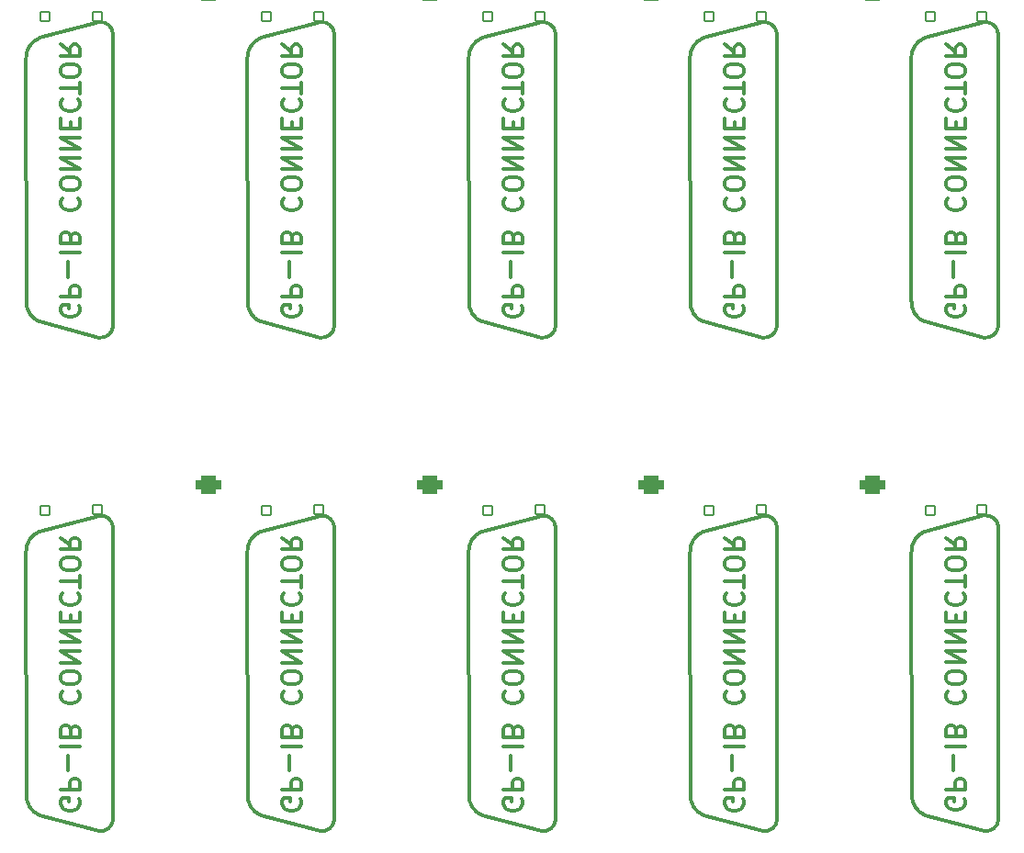
<source format=gbo>
G04 #@! TF.GenerationSoftware,KiCad,Pcbnew,6.0.1-79c1e3a40b~116~ubuntu20.04.1*
G04 #@! TF.CreationDate,2022-01-18T16:31:01+01:00*
G04 #@! TF.ProjectId,10xNano_GPIB,3130784e-616e-46f5-9f47-5049422e6b69,rev?*
G04 #@! TF.SameCoordinates,Original*
G04 #@! TF.FileFunction,Legend,Bot*
G04 #@! TF.FilePolarity,Positive*
%FSLAX46Y46*%
G04 Gerber Fmt 4.6, Leading zero omitted, Abs format (unit mm)*
G04 Created by KiCad (PCBNEW 6.0.1-79c1e3a40b~116~ubuntu20.04.1) date 2022-01-18 16:31:01*
%MOMM*%
%LPD*%
G01*
G04 APERTURE LIST*
G04 Aperture macros list*
%AMRoundRect*
0 Rectangle with rounded corners*
0 $1 Rounding radius*
0 $2 $3 $4 $5 $6 $7 $8 $9 X,Y pos of 4 corners*
0 Add a 4 corners polygon primitive as box body*
4,1,4,$2,$3,$4,$5,$6,$7,$8,$9,$2,$3,0*
0 Add four circle primitives for the rounded corners*
1,1,$1+$1,$2,$3*
1,1,$1+$1,$4,$5*
1,1,$1+$1,$6,$7*
1,1,$1+$1,$8,$9*
0 Add four rect primitives between the rounded corners*
20,1,$1+$1,$2,$3,$4,$5,0*
20,1,$1+$1,$4,$5,$6,$7,0*
20,1,$1+$1,$6,$7,$8,$9,0*
20,1,$1+$1,$8,$9,$2,$3,0*%
G04 Aperture macros list end*
%ADD10C,0.300000*%
%ADD11RoundRect,0.051000X0.425000X0.425000X-0.425000X0.425000X-0.425000X-0.425000X0.425000X-0.425000X0*%
%ADD12C,0.602000*%
%ADD13RoundRect,0.451000X-0.700000X-0.400000X0.700000X-0.400000X0.700000X0.400000X-0.700000X0.400000X0*%
%ADD14O,2.302000X1.902000*%
G04 APERTURE END LIST*
D10*
X121610000Y-127358571D02*
X121695714Y-127530000D01*
X121695714Y-127787142D01*
X121610000Y-128044285D01*
X121438571Y-128215714D01*
X121267142Y-128301428D01*
X120924285Y-128387142D01*
X120667142Y-128387142D01*
X120324285Y-128301428D01*
X120152857Y-128215714D01*
X119981428Y-128044285D01*
X119895714Y-127787142D01*
X119895714Y-127615714D01*
X119981428Y-127358571D01*
X120067142Y-127272857D01*
X120667142Y-127272857D01*
X120667142Y-127615714D01*
X119895714Y-126501428D02*
X121695714Y-126501428D01*
X121695714Y-125815714D01*
X121610000Y-125644285D01*
X121524285Y-125558571D01*
X121352857Y-125472857D01*
X121095714Y-125472857D01*
X120924285Y-125558571D01*
X120838571Y-125644285D01*
X120752857Y-125815714D01*
X120752857Y-126501428D01*
X120581428Y-124701428D02*
X120581428Y-123330000D01*
X119895714Y-122472857D02*
X121695714Y-122472857D01*
X120838571Y-121015714D02*
X120752857Y-120758571D01*
X120667142Y-120672857D01*
X120495714Y-120587142D01*
X120238571Y-120587142D01*
X120067142Y-120672857D01*
X119981428Y-120758571D01*
X119895714Y-120930000D01*
X119895714Y-121615714D01*
X121695714Y-121615714D01*
X121695714Y-121015714D01*
X121610000Y-120844285D01*
X121524285Y-120758571D01*
X121352857Y-120672857D01*
X121181428Y-120672857D01*
X121010000Y-120758571D01*
X120924285Y-120844285D01*
X120838571Y-121015714D01*
X120838571Y-121615714D01*
X120067142Y-117415714D02*
X119981428Y-117501428D01*
X119895714Y-117758571D01*
X119895714Y-117930000D01*
X119981428Y-118187142D01*
X120152857Y-118358571D01*
X120324285Y-118444285D01*
X120667142Y-118530000D01*
X120924285Y-118530000D01*
X121267142Y-118444285D01*
X121438571Y-118358571D01*
X121610000Y-118187142D01*
X121695714Y-117930000D01*
X121695714Y-117758571D01*
X121610000Y-117501428D01*
X121524285Y-117415714D01*
X121695714Y-116301428D02*
X121695714Y-115958571D01*
X121610000Y-115787142D01*
X121438571Y-115615714D01*
X121095714Y-115530000D01*
X120495714Y-115530000D01*
X120152857Y-115615714D01*
X119981428Y-115787142D01*
X119895714Y-115958571D01*
X119895714Y-116301428D01*
X119981428Y-116472857D01*
X120152857Y-116644285D01*
X120495714Y-116730000D01*
X121095714Y-116730000D01*
X121438571Y-116644285D01*
X121610000Y-116472857D01*
X121695714Y-116301428D01*
X119895714Y-114758571D02*
X121695714Y-114758571D01*
X119895714Y-113730000D01*
X121695714Y-113730000D01*
X119895714Y-112872857D02*
X121695714Y-112872857D01*
X119895714Y-111844285D01*
X121695714Y-111844285D01*
X120838571Y-110987142D02*
X120838571Y-110387142D01*
X119895714Y-110130000D02*
X119895714Y-110987142D01*
X121695714Y-110987142D01*
X121695714Y-110130000D01*
X120067142Y-108330000D02*
X119981428Y-108415714D01*
X119895714Y-108672857D01*
X119895714Y-108844285D01*
X119981428Y-109101428D01*
X120152857Y-109272857D01*
X120324285Y-109358571D01*
X120667142Y-109444285D01*
X120924285Y-109444285D01*
X121267142Y-109358571D01*
X121438571Y-109272857D01*
X121610000Y-109101428D01*
X121695714Y-108844285D01*
X121695714Y-108672857D01*
X121610000Y-108415714D01*
X121524285Y-108330000D01*
X121695714Y-107815714D02*
X121695714Y-106787142D01*
X119895714Y-107301428D02*
X121695714Y-107301428D01*
X121695714Y-105844285D02*
X121695714Y-105501428D01*
X121610000Y-105330000D01*
X121438571Y-105158571D01*
X121095714Y-105072857D01*
X120495714Y-105072857D01*
X120152857Y-105158571D01*
X119981428Y-105330000D01*
X119895714Y-105501428D01*
X119895714Y-105844285D01*
X119981428Y-106015714D01*
X120152857Y-106187142D01*
X120495714Y-106272857D01*
X121095714Y-106272857D01*
X121438571Y-106187142D01*
X121610000Y-106015714D01*
X121695714Y-105844285D01*
X119895714Y-103272857D02*
X120752857Y-103872857D01*
X119895714Y-104301428D02*
X121695714Y-104301428D01*
X121695714Y-103615714D01*
X121610000Y-103444285D01*
X121524285Y-103358571D01*
X121352857Y-103272857D01*
X121095714Y-103272857D01*
X120924285Y-103358571D01*
X120838571Y-103444285D01*
X120752857Y-103615714D01*
X120752857Y-104301428D01*
X80790000Y-81858571D02*
X80875714Y-82030000D01*
X80875714Y-82287142D01*
X80790000Y-82544285D01*
X80618571Y-82715714D01*
X80447142Y-82801428D01*
X80104285Y-82887142D01*
X79847142Y-82887142D01*
X79504285Y-82801428D01*
X79332857Y-82715714D01*
X79161428Y-82544285D01*
X79075714Y-82287142D01*
X79075714Y-82115714D01*
X79161428Y-81858571D01*
X79247142Y-81772857D01*
X79847142Y-81772857D01*
X79847142Y-82115714D01*
X79075714Y-81001428D02*
X80875714Y-81001428D01*
X80875714Y-80315714D01*
X80790000Y-80144285D01*
X80704285Y-80058571D01*
X80532857Y-79972857D01*
X80275714Y-79972857D01*
X80104285Y-80058571D01*
X80018571Y-80144285D01*
X79932857Y-80315714D01*
X79932857Y-81001428D01*
X79761428Y-79201428D02*
X79761428Y-77830000D01*
X79075714Y-76972857D02*
X80875714Y-76972857D01*
X80018571Y-75515714D02*
X79932857Y-75258571D01*
X79847142Y-75172857D01*
X79675714Y-75087142D01*
X79418571Y-75087142D01*
X79247142Y-75172857D01*
X79161428Y-75258571D01*
X79075714Y-75430000D01*
X79075714Y-76115714D01*
X80875714Y-76115714D01*
X80875714Y-75515714D01*
X80790000Y-75344285D01*
X80704285Y-75258571D01*
X80532857Y-75172857D01*
X80361428Y-75172857D01*
X80190000Y-75258571D01*
X80104285Y-75344285D01*
X80018571Y-75515714D01*
X80018571Y-76115714D01*
X79247142Y-71915714D02*
X79161428Y-72001428D01*
X79075714Y-72258571D01*
X79075714Y-72430000D01*
X79161428Y-72687142D01*
X79332857Y-72858571D01*
X79504285Y-72944285D01*
X79847142Y-73030000D01*
X80104285Y-73030000D01*
X80447142Y-72944285D01*
X80618571Y-72858571D01*
X80790000Y-72687142D01*
X80875714Y-72430000D01*
X80875714Y-72258571D01*
X80790000Y-72001428D01*
X80704285Y-71915714D01*
X80875714Y-70801428D02*
X80875714Y-70458571D01*
X80790000Y-70287142D01*
X80618571Y-70115714D01*
X80275714Y-70030000D01*
X79675714Y-70030000D01*
X79332857Y-70115714D01*
X79161428Y-70287142D01*
X79075714Y-70458571D01*
X79075714Y-70801428D01*
X79161428Y-70972857D01*
X79332857Y-71144285D01*
X79675714Y-71230000D01*
X80275714Y-71230000D01*
X80618571Y-71144285D01*
X80790000Y-70972857D01*
X80875714Y-70801428D01*
X79075714Y-69258571D02*
X80875714Y-69258571D01*
X79075714Y-68230000D01*
X80875714Y-68230000D01*
X79075714Y-67372857D02*
X80875714Y-67372857D01*
X79075714Y-66344285D01*
X80875714Y-66344285D01*
X80018571Y-65487142D02*
X80018571Y-64887142D01*
X79075714Y-64630000D02*
X79075714Y-65487142D01*
X80875714Y-65487142D01*
X80875714Y-64630000D01*
X79247142Y-62830000D02*
X79161428Y-62915714D01*
X79075714Y-63172857D01*
X79075714Y-63344285D01*
X79161428Y-63601428D01*
X79332857Y-63772857D01*
X79504285Y-63858571D01*
X79847142Y-63944285D01*
X80104285Y-63944285D01*
X80447142Y-63858571D01*
X80618571Y-63772857D01*
X80790000Y-63601428D01*
X80875714Y-63344285D01*
X80875714Y-63172857D01*
X80790000Y-62915714D01*
X80704285Y-62830000D01*
X80875714Y-62315714D02*
X80875714Y-61287142D01*
X79075714Y-61801428D02*
X80875714Y-61801428D01*
X80875714Y-60344285D02*
X80875714Y-60001428D01*
X80790000Y-59830000D01*
X80618571Y-59658571D01*
X80275714Y-59572857D01*
X79675714Y-59572857D01*
X79332857Y-59658571D01*
X79161428Y-59830000D01*
X79075714Y-60001428D01*
X79075714Y-60344285D01*
X79161428Y-60515714D01*
X79332857Y-60687142D01*
X79675714Y-60772857D01*
X80275714Y-60772857D01*
X80618571Y-60687142D01*
X80790000Y-60515714D01*
X80875714Y-60344285D01*
X79075714Y-57772857D02*
X79932857Y-58372857D01*
X79075714Y-58801428D02*
X80875714Y-58801428D01*
X80875714Y-58115714D01*
X80790000Y-57944285D01*
X80704285Y-57858571D01*
X80532857Y-57772857D01*
X80275714Y-57772857D01*
X80104285Y-57858571D01*
X80018571Y-57944285D01*
X79932857Y-58115714D01*
X79932857Y-58801428D01*
X141990000Y-81858571D02*
X142075714Y-82030000D01*
X142075714Y-82287142D01*
X141990000Y-82544285D01*
X141818571Y-82715714D01*
X141647142Y-82801428D01*
X141304285Y-82887142D01*
X141047142Y-82887142D01*
X140704285Y-82801428D01*
X140532857Y-82715714D01*
X140361428Y-82544285D01*
X140275714Y-82287142D01*
X140275714Y-82115714D01*
X140361428Y-81858571D01*
X140447142Y-81772857D01*
X141047142Y-81772857D01*
X141047142Y-82115714D01*
X140275714Y-81001428D02*
X142075714Y-81001428D01*
X142075714Y-80315714D01*
X141990000Y-80144285D01*
X141904285Y-80058571D01*
X141732857Y-79972857D01*
X141475714Y-79972857D01*
X141304285Y-80058571D01*
X141218571Y-80144285D01*
X141132857Y-80315714D01*
X141132857Y-81001428D01*
X140961428Y-79201428D02*
X140961428Y-77830000D01*
X140275714Y-76972857D02*
X142075714Y-76972857D01*
X141218571Y-75515714D02*
X141132857Y-75258571D01*
X141047142Y-75172857D01*
X140875714Y-75087142D01*
X140618571Y-75087142D01*
X140447142Y-75172857D01*
X140361428Y-75258571D01*
X140275714Y-75430000D01*
X140275714Y-76115714D01*
X142075714Y-76115714D01*
X142075714Y-75515714D01*
X141990000Y-75344285D01*
X141904285Y-75258571D01*
X141732857Y-75172857D01*
X141561428Y-75172857D01*
X141390000Y-75258571D01*
X141304285Y-75344285D01*
X141218571Y-75515714D01*
X141218571Y-76115714D01*
X140447142Y-71915714D02*
X140361428Y-72001428D01*
X140275714Y-72258571D01*
X140275714Y-72430000D01*
X140361428Y-72687142D01*
X140532857Y-72858571D01*
X140704285Y-72944285D01*
X141047142Y-73030000D01*
X141304285Y-73030000D01*
X141647142Y-72944285D01*
X141818571Y-72858571D01*
X141990000Y-72687142D01*
X142075714Y-72430000D01*
X142075714Y-72258571D01*
X141990000Y-72001428D01*
X141904285Y-71915714D01*
X142075714Y-70801428D02*
X142075714Y-70458571D01*
X141990000Y-70287142D01*
X141818571Y-70115714D01*
X141475714Y-70030000D01*
X140875714Y-70030000D01*
X140532857Y-70115714D01*
X140361428Y-70287142D01*
X140275714Y-70458571D01*
X140275714Y-70801428D01*
X140361428Y-70972857D01*
X140532857Y-71144285D01*
X140875714Y-71230000D01*
X141475714Y-71230000D01*
X141818571Y-71144285D01*
X141990000Y-70972857D01*
X142075714Y-70801428D01*
X140275714Y-69258571D02*
X142075714Y-69258571D01*
X140275714Y-68230000D01*
X142075714Y-68230000D01*
X140275714Y-67372857D02*
X142075714Y-67372857D01*
X140275714Y-66344285D01*
X142075714Y-66344285D01*
X141218571Y-65487142D02*
X141218571Y-64887142D01*
X140275714Y-64630000D02*
X140275714Y-65487142D01*
X142075714Y-65487142D01*
X142075714Y-64630000D01*
X140447142Y-62830000D02*
X140361428Y-62915714D01*
X140275714Y-63172857D01*
X140275714Y-63344285D01*
X140361428Y-63601428D01*
X140532857Y-63772857D01*
X140704285Y-63858571D01*
X141047142Y-63944285D01*
X141304285Y-63944285D01*
X141647142Y-63858571D01*
X141818571Y-63772857D01*
X141990000Y-63601428D01*
X142075714Y-63344285D01*
X142075714Y-63172857D01*
X141990000Y-62915714D01*
X141904285Y-62830000D01*
X142075714Y-62315714D02*
X142075714Y-61287142D01*
X140275714Y-61801428D02*
X142075714Y-61801428D01*
X142075714Y-60344285D02*
X142075714Y-60001428D01*
X141990000Y-59830000D01*
X141818571Y-59658571D01*
X141475714Y-59572857D01*
X140875714Y-59572857D01*
X140532857Y-59658571D01*
X140361428Y-59830000D01*
X140275714Y-60001428D01*
X140275714Y-60344285D01*
X140361428Y-60515714D01*
X140532857Y-60687142D01*
X140875714Y-60772857D01*
X141475714Y-60772857D01*
X141818571Y-60687142D01*
X141990000Y-60515714D01*
X142075714Y-60344285D01*
X140275714Y-57772857D02*
X141132857Y-58372857D01*
X140275714Y-58801428D02*
X142075714Y-58801428D01*
X142075714Y-58115714D01*
X141990000Y-57944285D01*
X141904285Y-57858571D01*
X141732857Y-57772857D01*
X141475714Y-57772857D01*
X141304285Y-57858571D01*
X141218571Y-57944285D01*
X141132857Y-58115714D01*
X141132857Y-58801428D01*
X60390000Y-81858571D02*
X60475714Y-82030000D01*
X60475714Y-82287142D01*
X60390000Y-82544285D01*
X60218571Y-82715714D01*
X60047142Y-82801428D01*
X59704285Y-82887142D01*
X59447142Y-82887142D01*
X59104285Y-82801428D01*
X58932857Y-82715714D01*
X58761428Y-82544285D01*
X58675714Y-82287142D01*
X58675714Y-82115714D01*
X58761428Y-81858571D01*
X58847142Y-81772857D01*
X59447142Y-81772857D01*
X59447142Y-82115714D01*
X58675714Y-81001428D02*
X60475714Y-81001428D01*
X60475714Y-80315714D01*
X60390000Y-80144285D01*
X60304285Y-80058571D01*
X60132857Y-79972857D01*
X59875714Y-79972857D01*
X59704285Y-80058571D01*
X59618571Y-80144285D01*
X59532857Y-80315714D01*
X59532857Y-81001428D01*
X59361428Y-79201428D02*
X59361428Y-77830000D01*
X58675714Y-76972857D02*
X60475714Y-76972857D01*
X59618571Y-75515714D02*
X59532857Y-75258571D01*
X59447142Y-75172857D01*
X59275714Y-75087142D01*
X59018571Y-75087142D01*
X58847142Y-75172857D01*
X58761428Y-75258571D01*
X58675714Y-75430000D01*
X58675714Y-76115714D01*
X60475714Y-76115714D01*
X60475714Y-75515714D01*
X60390000Y-75344285D01*
X60304285Y-75258571D01*
X60132857Y-75172857D01*
X59961428Y-75172857D01*
X59790000Y-75258571D01*
X59704285Y-75344285D01*
X59618571Y-75515714D01*
X59618571Y-76115714D01*
X58847142Y-71915714D02*
X58761428Y-72001428D01*
X58675714Y-72258571D01*
X58675714Y-72430000D01*
X58761428Y-72687142D01*
X58932857Y-72858571D01*
X59104285Y-72944285D01*
X59447142Y-73030000D01*
X59704285Y-73030000D01*
X60047142Y-72944285D01*
X60218571Y-72858571D01*
X60390000Y-72687142D01*
X60475714Y-72430000D01*
X60475714Y-72258571D01*
X60390000Y-72001428D01*
X60304285Y-71915714D01*
X60475714Y-70801428D02*
X60475714Y-70458571D01*
X60390000Y-70287142D01*
X60218571Y-70115714D01*
X59875714Y-70030000D01*
X59275714Y-70030000D01*
X58932857Y-70115714D01*
X58761428Y-70287142D01*
X58675714Y-70458571D01*
X58675714Y-70801428D01*
X58761428Y-70972857D01*
X58932857Y-71144285D01*
X59275714Y-71230000D01*
X59875714Y-71230000D01*
X60218571Y-71144285D01*
X60390000Y-70972857D01*
X60475714Y-70801428D01*
X58675714Y-69258571D02*
X60475714Y-69258571D01*
X58675714Y-68230000D01*
X60475714Y-68230000D01*
X58675714Y-67372857D02*
X60475714Y-67372857D01*
X58675714Y-66344285D01*
X60475714Y-66344285D01*
X59618571Y-65487142D02*
X59618571Y-64887142D01*
X58675714Y-64630000D02*
X58675714Y-65487142D01*
X60475714Y-65487142D01*
X60475714Y-64630000D01*
X58847142Y-62830000D02*
X58761428Y-62915714D01*
X58675714Y-63172857D01*
X58675714Y-63344285D01*
X58761428Y-63601428D01*
X58932857Y-63772857D01*
X59104285Y-63858571D01*
X59447142Y-63944285D01*
X59704285Y-63944285D01*
X60047142Y-63858571D01*
X60218571Y-63772857D01*
X60390000Y-63601428D01*
X60475714Y-63344285D01*
X60475714Y-63172857D01*
X60390000Y-62915714D01*
X60304285Y-62830000D01*
X60475714Y-62315714D02*
X60475714Y-61287142D01*
X58675714Y-61801428D02*
X60475714Y-61801428D01*
X60475714Y-60344285D02*
X60475714Y-60001428D01*
X60390000Y-59830000D01*
X60218571Y-59658571D01*
X59875714Y-59572857D01*
X59275714Y-59572857D01*
X58932857Y-59658571D01*
X58761428Y-59830000D01*
X58675714Y-60001428D01*
X58675714Y-60344285D01*
X58761428Y-60515714D01*
X58932857Y-60687142D01*
X59275714Y-60772857D01*
X59875714Y-60772857D01*
X60218571Y-60687142D01*
X60390000Y-60515714D01*
X60475714Y-60344285D01*
X58675714Y-57772857D02*
X59532857Y-58372857D01*
X58675714Y-58801428D02*
X60475714Y-58801428D01*
X60475714Y-58115714D01*
X60390000Y-57944285D01*
X60304285Y-57858571D01*
X60132857Y-57772857D01*
X59875714Y-57772857D01*
X59704285Y-57858571D01*
X59618571Y-57944285D01*
X59532857Y-58115714D01*
X59532857Y-58801428D01*
X101190000Y-127358571D02*
X101275714Y-127530000D01*
X101275714Y-127787142D01*
X101190000Y-128044285D01*
X101018571Y-128215714D01*
X100847142Y-128301428D01*
X100504285Y-128387142D01*
X100247142Y-128387142D01*
X99904285Y-128301428D01*
X99732857Y-128215714D01*
X99561428Y-128044285D01*
X99475714Y-127787142D01*
X99475714Y-127615714D01*
X99561428Y-127358571D01*
X99647142Y-127272857D01*
X100247142Y-127272857D01*
X100247142Y-127615714D01*
X99475714Y-126501428D02*
X101275714Y-126501428D01*
X101275714Y-125815714D01*
X101190000Y-125644285D01*
X101104285Y-125558571D01*
X100932857Y-125472857D01*
X100675714Y-125472857D01*
X100504285Y-125558571D01*
X100418571Y-125644285D01*
X100332857Y-125815714D01*
X100332857Y-126501428D01*
X100161428Y-124701428D02*
X100161428Y-123330000D01*
X99475714Y-122472857D02*
X101275714Y-122472857D01*
X100418571Y-121015714D02*
X100332857Y-120758571D01*
X100247142Y-120672857D01*
X100075714Y-120587142D01*
X99818571Y-120587142D01*
X99647142Y-120672857D01*
X99561428Y-120758571D01*
X99475714Y-120930000D01*
X99475714Y-121615714D01*
X101275714Y-121615714D01*
X101275714Y-121015714D01*
X101190000Y-120844285D01*
X101104285Y-120758571D01*
X100932857Y-120672857D01*
X100761428Y-120672857D01*
X100590000Y-120758571D01*
X100504285Y-120844285D01*
X100418571Y-121015714D01*
X100418571Y-121615714D01*
X99647142Y-117415714D02*
X99561428Y-117501428D01*
X99475714Y-117758571D01*
X99475714Y-117930000D01*
X99561428Y-118187142D01*
X99732857Y-118358571D01*
X99904285Y-118444285D01*
X100247142Y-118530000D01*
X100504285Y-118530000D01*
X100847142Y-118444285D01*
X101018571Y-118358571D01*
X101190000Y-118187142D01*
X101275714Y-117930000D01*
X101275714Y-117758571D01*
X101190000Y-117501428D01*
X101104285Y-117415714D01*
X101275714Y-116301428D02*
X101275714Y-115958571D01*
X101190000Y-115787142D01*
X101018571Y-115615714D01*
X100675714Y-115530000D01*
X100075714Y-115530000D01*
X99732857Y-115615714D01*
X99561428Y-115787142D01*
X99475714Y-115958571D01*
X99475714Y-116301428D01*
X99561428Y-116472857D01*
X99732857Y-116644285D01*
X100075714Y-116730000D01*
X100675714Y-116730000D01*
X101018571Y-116644285D01*
X101190000Y-116472857D01*
X101275714Y-116301428D01*
X99475714Y-114758571D02*
X101275714Y-114758571D01*
X99475714Y-113730000D01*
X101275714Y-113730000D01*
X99475714Y-112872857D02*
X101275714Y-112872857D01*
X99475714Y-111844285D01*
X101275714Y-111844285D01*
X100418571Y-110987142D02*
X100418571Y-110387142D01*
X99475714Y-110130000D02*
X99475714Y-110987142D01*
X101275714Y-110987142D01*
X101275714Y-110130000D01*
X99647142Y-108330000D02*
X99561428Y-108415714D01*
X99475714Y-108672857D01*
X99475714Y-108844285D01*
X99561428Y-109101428D01*
X99732857Y-109272857D01*
X99904285Y-109358571D01*
X100247142Y-109444285D01*
X100504285Y-109444285D01*
X100847142Y-109358571D01*
X101018571Y-109272857D01*
X101190000Y-109101428D01*
X101275714Y-108844285D01*
X101275714Y-108672857D01*
X101190000Y-108415714D01*
X101104285Y-108330000D01*
X101275714Y-107815714D02*
X101275714Y-106787142D01*
X99475714Y-107301428D02*
X101275714Y-107301428D01*
X101275714Y-105844285D02*
X101275714Y-105501428D01*
X101190000Y-105330000D01*
X101018571Y-105158571D01*
X100675714Y-105072857D01*
X100075714Y-105072857D01*
X99732857Y-105158571D01*
X99561428Y-105330000D01*
X99475714Y-105501428D01*
X99475714Y-105844285D01*
X99561428Y-106015714D01*
X99732857Y-106187142D01*
X100075714Y-106272857D01*
X100675714Y-106272857D01*
X101018571Y-106187142D01*
X101190000Y-106015714D01*
X101275714Y-105844285D01*
X99475714Y-103272857D02*
X100332857Y-103872857D01*
X99475714Y-104301428D02*
X101275714Y-104301428D01*
X101275714Y-103615714D01*
X101190000Y-103444285D01*
X101104285Y-103358571D01*
X100932857Y-103272857D01*
X100675714Y-103272857D01*
X100504285Y-103358571D01*
X100418571Y-103444285D01*
X100332857Y-103615714D01*
X100332857Y-104301428D01*
X101190000Y-81858571D02*
X101275714Y-82030000D01*
X101275714Y-82287142D01*
X101190000Y-82544285D01*
X101018571Y-82715714D01*
X100847142Y-82801428D01*
X100504285Y-82887142D01*
X100247142Y-82887142D01*
X99904285Y-82801428D01*
X99732857Y-82715714D01*
X99561428Y-82544285D01*
X99475714Y-82287142D01*
X99475714Y-82115714D01*
X99561428Y-81858571D01*
X99647142Y-81772857D01*
X100247142Y-81772857D01*
X100247142Y-82115714D01*
X99475714Y-81001428D02*
X101275714Y-81001428D01*
X101275714Y-80315714D01*
X101190000Y-80144285D01*
X101104285Y-80058571D01*
X100932857Y-79972857D01*
X100675714Y-79972857D01*
X100504285Y-80058571D01*
X100418571Y-80144285D01*
X100332857Y-80315714D01*
X100332857Y-81001428D01*
X100161428Y-79201428D02*
X100161428Y-77830000D01*
X99475714Y-76972857D02*
X101275714Y-76972857D01*
X100418571Y-75515714D02*
X100332857Y-75258571D01*
X100247142Y-75172857D01*
X100075714Y-75087142D01*
X99818571Y-75087142D01*
X99647142Y-75172857D01*
X99561428Y-75258571D01*
X99475714Y-75430000D01*
X99475714Y-76115714D01*
X101275714Y-76115714D01*
X101275714Y-75515714D01*
X101190000Y-75344285D01*
X101104285Y-75258571D01*
X100932857Y-75172857D01*
X100761428Y-75172857D01*
X100590000Y-75258571D01*
X100504285Y-75344285D01*
X100418571Y-75515714D01*
X100418571Y-76115714D01*
X99647142Y-71915714D02*
X99561428Y-72001428D01*
X99475714Y-72258571D01*
X99475714Y-72430000D01*
X99561428Y-72687142D01*
X99732857Y-72858571D01*
X99904285Y-72944285D01*
X100247142Y-73030000D01*
X100504285Y-73030000D01*
X100847142Y-72944285D01*
X101018571Y-72858571D01*
X101190000Y-72687142D01*
X101275714Y-72430000D01*
X101275714Y-72258571D01*
X101190000Y-72001428D01*
X101104285Y-71915714D01*
X101275714Y-70801428D02*
X101275714Y-70458571D01*
X101190000Y-70287142D01*
X101018571Y-70115714D01*
X100675714Y-70030000D01*
X100075714Y-70030000D01*
X99732857Y-70115714D01*
X99561428Y-70287142D01*
X99475714Y-70458571D01*
X99475714Y-70801428D01*
X99561428Y-70972857D01*
X99732857Y-71144285D01*
X100075714Y-71230000D01*
X100675714Y-71230000D01*
X101018571Y-71144285D01*
X101190000Y-70972857D01*
X101275714Y-70801428D01*
X99475714Y-69258571D02*
X101275714Y-69258571D01*
X99475714Y-68230000D01*
X101275714Y-68230000D01*
X99475714Y-67372857D02*
X101275714Y-67372857D01*
X99475714Y-66344285D01*
X101275714Y-66344285D01*
X100418571Y-65487142D02*
X100418571Y-64887142D01*
X99475714Y-64630000D02*
X99475714Y-65487142D01*
X101275714Y-65487142D01*
X101275714Y-64630000D01*
X99647142Y-62830000D02*
X99561428Y-62915714D01*
X99475714Y-63172857D01*
X99475714Y-63344285D01*
X99561428Y-63601428D01*
X99732857Y-63772857D01*
X99904285Y-63858571D01*
X100247142Y-63944285D01*
X100504285Y-63944285D01*
X100847142Y-63858571D01*
X101018571Y-63772857D01*
X101190000Y-63601428D01*
X101275714Y-63344285D01*
X101275714Y-63172857D01*
X101190000Y-62915714D01*
X101104285Y-62830000D01*
X101275714Y-62315714D02*
X101275714Y-61287142D01*
X99475714Y-61801428D02*
X101275714Y-61801428D01*
X101275714Y-60344285D02*
X101275714Y-60001428D01*
X101190000Y-59830000D01*
X101018571Y-59658571D01*
X100675714Y-59572857D01*
X100075714Y-59572857D01*
X99732857Y-59658571D01*
X99561428Y-59830000D01*
X99475714Y-60001428D01*
X99475714Y-60344285D01*
X99561428Y-60515714D01*
X99732857Y-60687142D01*
X100075714Y-60772857D01*
X100675714Y-60772857D01*
X101018571Y-60687142D01*
X101190000Y-60515714D01*
X101275714Y-60344285D01*
X99475714Y-57772857D02*
X100332857Y-58372857D01*
X99475714Y-58801428D02*
X101275714Y-58801428D01*
X101275714Y-58115714D01*
X101190000Y-57944285D01*
X101104285Y-57858571D01*
X100932857Y-57772857D01*
X100675714Y-57772857D01*
X100504285Y-57858571D01*
X100418571Y-57944285D01*
X100332857Y-58115714D01*
X100332857Y-58801428D01*
X80790000Y-127358571D02*
X80875714Y-127530000D01*
X80875714Y-127787142D01*
X80790000Y-128044285D01*
X80618571Y-128215714D01*
X80447142Y-128301428D01*
X80104285Y-128387142D01*
X79847142Y-128387142D01*
X79504285Y-128301428D01*
X79332857Y-128215714D01*
X79161428Y-128044285D01*
X79075714Y-127787142D01*
X79075714Y-127615714D01*
X79161428Y-127358571D01*
X79247142Y-127272857D01*
X79847142Y-127272857D01*
X79847142Y-127615714D01*
X79075714Y-126501428D02*
X80875714Y-126501428D01*
X80875714Y-125815714D01*
X80790000Y-125644285D01*
X80704285Y-125558571D01*
X80532857Y-125472857D01*
X80275714Y-125472857D01*
X80104285Y-125558571D01*
X80018571Y-125644285D01*
X79932857Y-125815714D01*
X79932857Y-126501428D01*
X79761428Y-124701428D02*
X79761428Y-123330000D01*
X79075714Y-122472857D02*
X80875714Y-122472857D01*
X80018571Y-121015714D02*
X79932857Y-120758571D01*
X79847142Y-120672857D01*
X79675714Y-120587142D01*
X79418571Y-120587142D01*
X79247142Y-120672857D01*
X79161428Y-120758571D01*
X79075714Y-120930000D01*
X79075714Y-121615714D01*
X80875714Y-121615714D01*
X80875714Y-121015714D01*
X80790000Y-120844285D01*
X80704285Y-120758571D01*
X80532857Y-120672857D01*
X80361428Y-120672857D01*
X80190000Y-120758571D01*
X80104285Y-120844285D01*
X80018571Y-121015714D01*
X80018571Y-121615714D01*
X79247142Y-117415714D02*
X79161428Y-117501428D01*
X79075714Y-117758571D01*
X79075714Y-117930000D01*
X79161428Y-118187142D01*
X79332857Y-118358571D01*
X79504285Y-118444285D01*
X79847142Y-118530000D01*
X80104285Y-118530000D01*
X80447142Y-118444285D01*
X80618571Y-118358571D01*
X80790000Y-118187142D01*
X80875714Y-117930000D01*
X80875714Y-117758571D01*
X80790000Y-117501428D01*
X80704285Y-117415714D01*
X80875714Y-116301428D02*
X80875714Y-115958571D01*
X80790000Y-115787142D01*
X80618571Y-115615714D01*
X80275714Y-115530000D01*
X79675714Y-115530000D01*
X79332857Y-115615714D01*
X79161428Y-115787142D01*
X79075714Y-115958571D01*
X79075714Y-116301428D01*
X79161428Y-116472857D01*
X79332857Y-116644285D01*
X79675714Y-116730000D01*
X80275714Y-116730000D01*
X80618571Y-116644285D01*
X80790000Y-116472857D01*
X80875714Y-116301428D01*
X79075714Y-114758571D02*
X80875714Y-114758571D01*
X79075714Y-113730000D01*
X80875714Y-113730000D01*
X79075714Y-112872857D02*
X80875714Y-112872857D01*
X79075714Y-111844285D01*
X80875714Y-111844285D01*
X80018571Y-110987142D02*
X80018571Y-110387142D01*
X79075714Y-110130000D02*
X79075714Y-110987142D01*
X80875714Y-110987142D01*
X80875714Y-110130000D01*
X79247142Y-108330000D02*
X79161428Y-108415714D01*
X79075714Y-108672857D01*
X79075714Y-108844285D01*
X79161428Y-109101428D01*
X79332857Y-109272857D01*
X79504285Y-109358571D01*
X79847142Y-109444285D01*
X80104285Y-109444285D01*
X80447142Y-109358571D01*
X80618571Y-109272857D01*
X80790000Y-109101428D01*
X80875714Y-108844285D01*
X80875714Y-108672857D01*
X80790000Y-108415714D01*
X80704285Y-108330000D01*
X80875714Y-107815714D02*
X80875714Y-106787142D01*
X79075714Y-107301428D02*
X80875714Y-107301428D01*
X80875714Y-105844285D02*
X80875714Y-105501428D01*
X80790000Y-105330000D01*
X80618571Y-105158571D01*
X80275714Y-105072857D01*
X79675714Y-105072857D01*
X79332857Y-105158571D01*
X79161428Y-105330000D01*
X79075714Y-105501428D01*
X79075714Y-105844285D01*
X79161428Y-106015714D01*
X79332857Y-106187142D01*
X79675714Y-106272857D01*
X80275714Y-106272857D01*
X80618571Y-106187142D01*
X80790000Y-106015714D01*
X80875714Y-105844285D01*
X79075714Y-103272857D02*
X79932857Y-103872857D01*
X79075714Y-104301428D02*
X80875714Y-104301428D01*
X80875714Y-103615714D01*
X80790000Y-103444285D01*
X80704285Y-103358571D01*
X80532857Y-103272857D01*
X80275714Y-103272857D01*
X80104285Y-103358571D01*
X80018571Y-103444285D01*
X79932857Y-103615714D01*
X79932857Y-104301428D01*
X142020000Y-127348571D02*
X142105714Y-127520000D01*
X142105714Y-127777142D01*
X142020000Y-128034285D01*
X141848571Y-128205714D01*
X141677142Y-128291428D01*
X141334285Y-128377142D01*
X141077142Y-128377142D01*
X140734285Y-128291428D01*
X140562857Y-128205714D01*
X140391428Y-128034285D01*
X140305714Y-127777142D01*
X140305714Y-127605714D01*
X140391428Y-127348571D01*
X140477142Y-127262857D01*
X141077142Y-127262857D01*
X141077142Y-127605714D01*
X140305714Y-126491428D02*
X142105714Y-126491428D01*
X142105714Y-125805714D01*
X142020000Y-125634285D01*
X141934285Y-125548571D01*
X141762857Y-125462857D01*
X141505714Y-125462857D01*
X141334285Y-125548571D01*
X141248571Y-125634285D01*
X141162857Y-125805714D01*
X141162857Y-126491428D01*
X140991428Y-124691428D02*
X140991428Y-123320000D01*
X140305714Y-122462857D02*
X142105714Y-122462857D01*
X141248571Y-121005714D02*
X141162857Y-120748571D01*
X141077142Y-120662857D01*
X140905714Y-120577142D01*
X140648571Y-120577142D01*
X140477142Y-120662857D01*
X140391428Y-120748571D01*
X140305714Y-120920000D01*
X140305714Y-121605714D01*
X142105714Y-121605714D01*
X142105714Y-121005714D01*
X142020000Y-120834285D01*
X141934285Y-120748571D01*
X141762857Y-120662857D01*
X141591428Y-120662857D01*
X141420000Y-120748571D01*
X141334285Y-120834285D01*
X141248571Y-121005714D01*
X141248571Y-121605714D01*
X140477142Y-117405714D02*
X140391428Y-117491428D01*
X140305714Y-117748571D01*
X140305714Y-117920000D01*
X140391428Y-118177142D01*
X140562857Y-118348571D01*
X140734285Y-118434285D01*
X141077142Y-118520000D01*
X141334285Y-118520000D01*
X141677142Y-118434285D01*
X141848571Y-118348571D01*
X142020000Y-118177142D01*
X142105714Y-117920000D01*
X142105714Y-117748571D01*
X142020000Y-117491428D01*
X141934285Y-117405714D01*
X142105714Y-116291428D02*
X142105714Y-115948571D01*
X142020000Y-115777142D01*
X141848571Y-115605714D01*
X141505714Y-115520000D01*
X140905714Y-115520000D01*
X140562857Y-115605714D01*
X140391428Y-115777142D01*
X140305714Y-115948571D01*
X140305714Y-116291428D01*
X140391428Y-116462857D01*
X140562857Y-116634285D01*
X140905714Y-116720000D01*
X141505714Y-116720000D01*
X141848571Y-116634285D01*
X142020000Y-116462857D01*
X142105714Y-116291428D01*
X140305714Y-114748571D02*
X142105714Y-114748571D01*
X140305714Y-113720000D01*
X142105714Y-113720000D01*
X140305714Y-112862857D02*
X142105714Y-112862857D01*
X140305714Y-111834285D01*
X142105714Y-111834285D01*
X141248571Y-110977142D02*
X141248571Y-110377142D01*
X140305714Y-110120000D02*
X140305714Y-110977142D01*
X142105714Y-110977142D01*
X142105714Y-110120000D01*
X140477142Y-108320000D02*
X140391428Y-108405714D01*
X140305714Y-108662857D01*
X140305714Y-108834285D01*
X140391428Y-109091428D01*
X140562857Y-109262857D01*
X140734285Y-109348571D01*
X141077142Y-109434285D01*
X141334285Y-109434285D01*
X141677142Y-109348571D01*
X141848571Y-109262857D01*
X142020000Y-109091428D01*
X142105714Y-108834285D01*
X142105714Y-108662857D01*
X142020000Y-108405714D01*
X141934285Y-108320000D01*
X142105714Y-107805714D02*
X142105714Y-106777142D01*
X140305714Y-107291428D02*
X142105714Y-107291428D01*
X142105714Y-105834285D02*
X142105714Y-105491428D01*
X142020000Y-105320000D01*
X141848571Y-105148571D01*
X141505714Y-105062857D01*
X140905714Y-105062857D01*
X140562857Y-105148571D01*
X140391428Y-105320000D01*
X140305714Y-105491428D01*
X140305714Y-105834285D01*
X140391428Y-106005714D01*
X140562857Y-106177142D01*
X140905714Y-106262857D01*
X141505714Y-106262857D01*
X141848571Y-106177142D01*
X142020000Y-106005714D01*
X142105714Y-105834285D01*
X140305714Y-103262857D02*
X141162857Y-103862857D01*
X140305714Y-104291428D02*
X142105714Y-104291428D01*
X142105714Y-103605714D01*
X142020000Y-103434285D01*
X141934285Y-103348571D01*
X141762857Y-103262857D01*
X141505714Y-103262857D01*
X141334285Y-103348571D01*
X141248571Y-103434285D01*
X141162857Y-103605714D01*
X141162857Y-104291428D01*
X121590000Y-81858571D02*
X121675714Y-82030000D01*
X121675714Y-82287142D01*
X121590000Y-82544285D01*
X121418571Y-82715714D01*
X121247142Y-82801428D01*
X120904285Y-82887142D01*
X120647142Y-82887142D01*
X120304285Y-82801428D01*
X120132857Y-82715714D01*
X119961428Y-82544285D01*
X119875714Y-82287142D01*
X119875714Y-82115714D01*
X119961428Y-81858571D01*
X120047142Y-81772857D01*
X120647142Y-81772857D01*
X120647142Y-82115714D01*
X119875714Y-81001428D02*
X121675714Y-81001428D01*
X121675714Y-80315714D01*
X121590000Y-80144285D01*
X121504285Y-80058571D01*
X121332857Y-79972857D01*
X121075714Y-79972857D01*
X120904285Y-80058571D01*
X120818571Y-80144285D01*
X120732857Y-80315714D01*
X120732857Y-81001428D01*
X120561428Y-79201428D02*
X120561428Y-77830000D01*
X119875714Y-76972857D02*
X121675714Y-76972857D01*
X120818571Y-75515714D02*
X120732857Y-75258571D01*
X120647142Y-75172857D01*
X120475714Y-75087142D01*
X120218571Y-75087142D01*
X120047142Y-75172857D01*
X119961428Y-75258571D01*
X119875714Y-75430000D01*
X119875714Y-76115714D01*
X121675714Y-76115714D01*
X121675714Y-75515714D01*
X121590000Y-75344285D01*
X121504285Y-75258571D01*
X121332857Y-75172857D01*
X121161428Y-75172857D01*
X120990000Y-75258571D01*
X120904285Y-75344285D01*
X120818571Y-75515714D01*
X120818571Y-76115714D01*
X120047142Y-71915714D02*
X119961428Y-72001428D01*
X119875714Y-72258571D01*
X119875714Y-72430000D01*
X119961428Y-72687142D01*
X120132857Y-72858571D01*
X120304285Y-72944285D01*
X120647142Y-73030000D01*
X120904285Y-73030000D01*
X121247142Y-72944285D01*
X121418571Y-72858571D01*
X121590000Y-72687142D01*
X121675714Y-72430000D01*
X121675714Y-72258571D01*
X121590000Y-72001428D01*
X121504285Y-71915714D01*
X121675714Y-70801428D02*
X121675714Y-70458571D01*
X121590000Y-70287142D01*
X121418571Y-70115714D01*
X121075714Y-70030000D01*
X120475714Y-70030000D01*
X120132857Y-70115714D01*
X119961428Y-70287142D01*
X119875714Y-70458571D01*
X119875714Y-70801428D01*
X119961428Y-70972857D01*
X120132857Y-71144285D01*
X120475714Y-71230000D01*
X121075714Y-71230000D01*
X121418571Y-71144285D01*
X121590000Y-70972857D01*
X121675714Y-70801428D01*
X119875714Y-69258571D02*
X121675714Y-69258571D01*
X119875714Y-68230000D01*
X121675714Y-68230000D01*
X119875714Y-67372857D02*
X121675714Y-67372857D01*
X119875714Y-66344285D01*
X121675714Y-66344285D01*
X120818571Y-65487142D02*
X120818571Y-64887142D01*
X119875714Y-64630000D02*
X119875714Y-65487142D01*
X121675714Y-65487142D01*
X121675714Y-64630000D01*
X120047142Y-62830000D02*
X119961428Y-62915714D01*
X119875714Y-63172857D01*
X119875714Y-63344285D01*
X119961428Y-63601428D01*
X120132857Y-63772857D01*
X120304285Y-63858571D01*
X120647142Y-63944285D01*
X120904285Y-63944285D01*
X121247142Y-63858571D01*
X121418571Y-63772857D01*
X121590000Y-63601428D01*
X121675714Y-63344285D01*
X121675714Y-63172857D01*
X121590000Y-62915714D01*
X121504285Y-62830000D01*
X121675714Y-62315714D02*
X121675714Y-61287142D01*
X119875714Y-61801428D02*
X121675714Y-61801428D01*
X121675714Y-60344285D02*
X121675714Y-60001428D01*
X121590000Y-59830000D01*
X121418571Y-59658571D01*
X121075714Y-59572857D01*
X120475714Y-59572857D01*
X120132857Y-59658571D01*
X119961428Y-59830000D01*
X119875714Y-60001428D01*
X119875714Y-60344285D01*
X119961428Y-60515714D01*
X120132857Y-60687142D01*
X120475714Y-60772857D01*
X121075714Y-60772857D01*
X121418571Y-60687142D01*
X121590000Y-60515714D01*
X121675714Y-60344285D01*
X119875714Y-57772857D02*
X120732857Y-58372857D01*
X119875714Y-58801428D02*
X121675714Y-58801428D01*
X121675714Y-58115714D01*
X121590000Y-57944285D01*
X121504285Y-57858571D01*
X121332857Y-57772857D01*
X121075714Y-57772857D01*
X120904285Y-57858571D01*
X120818571Y-57944285D01*
X120732857Y-58115714D01*
X120732857Y-58801428D01*
X60390000Y-127358571D02*
X60475714Y-127530000D01*
X60475714Y-127787142D01*
X60390000Y-128044285D01*
X60218571Y-128215714D01*
X60047142Y-128301428D01*
X59704285Y-128387142D01*
X59447142Y-128387142D01*
X59104285Y-128301428D01*
X58932857Y-128215714D01*
X58761428Y-128044285D01*
X58675714Y-127787142D01*
X58675714Y-127615714D01*
X58761428Y-127358571D01*
X58847142Y-127272857D01*
X59447142Y-127272857D01*
X59447142Y-127615714D01*
X58675714Y-126501428D02*
X60475714Y-126501428D01*
X60475714Y-125815714D01*
X60390000Y-125644285D01*
X60304285Y-125558571D01*
X60132857Y-125472857D01*
X59875714Y-125472857D01*
X59704285Y-125558571D01*
X59618571Y-125644285D01*
X59532857Y-125815714D01*
X59532857Y-126501428D01*
X59361428Y-124701428D02*
X59361428Y-123330000D01*
X58675714Y-122472857D02*
X60475714Y-122472857D01*
X59618571Y-121015714D02*
X59532857Y-120758571D01*
X59447142Y-120672857D01*
X59275714Y-120587142D01*
X59018571Y-120587142D01*
X58847142Y-120672857D01*
X58761428Y-120758571D01*
X58675714Y-120930000D01*
X58675714Y-121615714D01*
X60475714Y-121615714D01*
X60475714Y-121015714D01*
X60390000Y-120844285D01*
X60304285Y-120758571D01*
X60132857Y-120672857D01*
X59961428Y-120672857D01*
X59790000Y-120758571D01*
X59704285Y-120844285D01*
X59618571Y-121015714D01*
X59618571Y-121615714D01*
X58847142Y-117415714D02*
X58761428Y-117501428D01*
X58675714Y-117758571D01*
X58675714Y-117930000D01*
X58761428Y-118187142D01*
X58932857Y-118358571D01*
X59104285Y-118444285D01*
X59447142Y-118530000D01*
X59704285Y-118530000D01*
X60047142Y-118444285D01*
X60218571Y-118358571D01*
X60390000Y-118187142D01*
X60475714Y-117930000D01*
X60475714Y-117758571D01*
X60390000Y-117501428D01*
X60304285Y-117415714D01*
X60475714Y-116301428D02*
X60475714Y-115958571D01*
X60390000Y-115787142D01*
X60218571Y-115615714D01*
X59875714Y-115530000D01*
X59275714Y-115530000D01*
X58932857Y-115615714D01*
X58761428Y-115787142D01*
X58675714Y-115958571D01*
X58675714Y-116301428D01*
X58761428Y-116472857D01*
X58932857Y-116644285D01*
X59275714Y-116730000D01*
X59875714Y-116730000D01*
X60218571Y-116644285D01*
X60390000Y-116472857D01*
X60475714Y-116301428D01*
X58675714Y-114758571D02*
X60475714Y-114758571D01*
X58675714Y-113730000D01*
X60475714Y-113730000D01*
X58675714Y-112872857D02*
X60475714Y-112872857D01*
X58675714Y-111844285D01*
X60475714Y-111844285D01*
X59618571Y-110987142D02*
X59618571Y-110387142D01*
X58675714Y-110130000D02*
X58675714Y-110987142D01*
X60475714Y-110987142D01*
X60475714Y-110130000D01*
X58847142Y-108330000D02*
X58761428Y-108415714D01*
X58675714Y-108672857D01*
X58675714Y-108844285D01*
X58761428Y-109101428D01*
X58932857Y-109272857D01*
X59104285Y-109358571D01*
X59447142Y-109444285D01*
X59704285Y-109444285D01*
X60047142Y-109358571D01*
X60218571Y-109272857D01*
X60390000Y-109101428D01*
X60475714Y-108844285D01*
X60475714Y-108672857D01*
X60390000Y-108415714D01*
X60304285Y-108330000D01*
X60475714Y-107815714D02*
X60475714Y-106787142D01*
X58675714Y-107301428D02*
X60475714Y-107301428D01*
X60475714Y-105844285D02*
X60475714Y-105501428D01*
X60390000Y-105330000D01*
X60218571Y-105158571D01*
X59875714Y-105072857D01*
X59275714Y-105072857D01*
X58932857Y-105158571D01*
X58761428Y-105330000D01*
X58675714Y-105501428D01*
X58675714Y-105844285D01*
X58761428Y-106015714D01*
X58932857Y-106187142D01*
X59275714Y-106272857D01*
X59875714Y-106272857D01*
X60218571Y-106187142D01*
X60390000Y-106015714D01*
X60475714Y-105844285D01*
X58675714Y-103272857D02*
X59532857Y-103872857D01*
X58675714Y-104301428D02*
X60475714Y-104301428D01*
X60475714Y-103615714D01*
X60390000Y-103444285D01*
X60304285Y-103358571D01*
X60132857Y-103272857D01*
X59875714Y-103272857D01*
X59704285Y-103358571D01*
X59618571Y-103444285D01*
X59532857Y-103615714D01*
X59532857Y-104301428D01*
X116710419Y-104608933D02*
X116742225Y-126958034D01*
X124730419Y-129268933D02*
X124723140Y-102239731D01*
X117929602Y-102676887D02*
X123463140Y-101209731D01*
X117949582Y-128841067D02*
X123470419Y-130298933D01*
X116742225Y-126958034D02*
G75*
G03*
X117949582Y-128841067I1955825J-74552D01*
G01*
X117929602Y-102676887D02*
G75*
G03*
X116710419Y-104588933I759261J-1828848D01*
G01*
X124723139Y-102239731D02*
G75*
G03*
X123463140Y-101209731I-1131692J-98721D01*
G01*
X123470419Y-130298934D02*
G75*
G03*
X124730419Y-129268933I128307J1128722D01*
G01*
X75890419Y-59108933D02*
X75922225Y-81458034D01*
X77109602Y-57176887D02*
X82643140Y-55709731D01*
X83910419Y-83768933D02*
X83903140Y-56739731D01*
X77129582Y-83341067D02*
X82650419Y-84798933D01*
X82650419Y-84798934D02*
G75*
G03*
X83910419Y-83768933I128307J1128722D01*
G01*
X77109602Y-57176887D02*
G75*
G03*
X75890419Y-59088933I759261J-1828848D01*
G01*
X83903139Y-56739731D02*
G75*
G03*
X82643140Y-55709731I-1131692J-98721D01*
G01*
X75922225Y-81458034D02*
G75*
G03*
X77129582Y-83341067I1955825J-74552D01*
G01*
X138329582Y-83341067D02*
X143850419Y-84798933D01*
X145110419Y-83768933D02*
X145103140Y-56739731D01*
X138309602Y-57176887D02*
X143843140Y-55709731D01*
X137090419Y-59108933D02*
X137122225Y-81458034D01*
X145103139Y-56739731D02*
G75*
G03*
X143843140Y-55709731I-1131692J-98721D01*
G01*
X137122225Y-81458034D02*
G75*
G03*
X138329582Y-83341067I1955825J-74552D01*
G01*
X143850419Y-84798934D02*
G75*
G03*
X145110419Y-83768933I128307J1128722D01*
G01*
X138309602Y-57176887D02*
G75*
G03*
X137090419Y-59088933I759261J-1828848D01*
G01*
X63510419Y-83768933D02*
X63503140Y-56739731D01*
X56729582Y-83341067D02*
X62250419Y-84798933D01*
X56709602Y-57176887D02*
X62243140Y-55709731D01*
X55490419Y-59108933D02*
X55522225Y-81458034D01*
X55522225Y-81458034D02*
G75*
G03*
X56729582Y-83341067I1955825J-74552D01*
G01*
X63503139Y-56739731D02*
G75*
G03*
X62243140Y-55709731I-1131692J-98721D01*
G01*
X62250419Y-84798934D02*
G75*
G03*
X63510419Y-83768933I128307J1128722D01*
G01*
X56709602Y-57176887D02*
G75*
G03*
X55490419Y-59088933I759261J-1828848D01*
G01*
X97529582Y-128841067D02*
X103050419Y-130298933D01*
X96290419Y-104608933D02*
X96322225Y-126958034D01*
X104310419Y-129268933D02*
X104303140Y-102239731D01*
X97509602Y-102676887D02*
X103043140Y-101209731D01*
X104303139Y-102239731D02*
G75*
G03*
X103043140Y-101209731I-1131692J-98721D01*
G01*
X96322225Y-126958034D02*
G75*
G03*
X97529582Y-128841067I1955825J-74552D01*
G01*
X97509602Y-102676887D02*
G75*
G03*
X96290419Y-104588933I759261J-1828848D01*
G01*
X103050419Y-130298934D02*
G75*
G03*
X104310419Y-129268933I128307J1128722D01*
G01*
X97509602Y-57176887D02*
X103043140Y-55709731D01*
X97529582Y-83341067D02*
X103050419Y-84798933D01*
X96290419Y-59108933D02*
X96322225Y-81458034D01*
X104310419Y-83768933D02*
X104303140Y-56739731D01*
X104303139Y-56739731D02*
G75*
G03*
X103043140Y-55709731I-1131692J-98721D01*
G01*
X103050419Y-84798934D02*
G75*
G03*
X104310419Y-83768933I128307J1128722D01*
G01*
X96322225Y-81458034D02*
G75*
G03*
X97529582Y-83341067I1955825J-74552D01*
G01*
X97509602Y-57176887D02*
G75*
G03*
X96290419Y-59088933I759261J-1828848D01*
G01*
X77129582Y-128841067D02*
X82650419Y-130298933D01*
X75890419Y-104608933D02*
X75922225Y-126958034D01*
X77109602Y-102676887D02*
X82643140Y-101209731D01*
X83910419Y-129268933D02*
X83903140Y-102239731D01*
X82650419Y-130298934D02*
G75*
G03*
X83910419Y-129268933I128307J1128722D01*
G01*
X75922225Y-126958034D02*
G75*
G03*
X77129582Y-128841067I1955825J-74552D01*
G01*
X77109602Y-102676887D02*
G75*
G03*
X75890419Y-104588933I759261J-1828848D01*
G01*
X83903139Y-102239731D02*
G75*
G03*
X82643140Y-101209731I-1131692J-98721D01*
G01*
X145140419Y-129258933D02*
X145133140Y-102229731D01*
X138339602Y-102666887D02*
X143873140Y-101199731D01*
X137120419Y-104598933D02*
X137152225Y-126948034D01*
X138359582Y-128831067D02*
X143880419Y-130288933D01*
X138339602Y-102666887D02*
G75*
G03*
X137120419Y-104578933I759261J-1828848D01*
G01*
X145133139Y-102229731D02*
G75*
G03*
X143873140Y-101199731I-1131692J-98721D01*
G01*
X137152225Y-126948034D02*
G75*
G03*
X138359582Y-128831067I1955825J-74552D01*
G01*
X143880419Y-130288934D02*
G75*
G03*
X145140419Y-129258933I128307J1128722D01*
G01*
X116690419Y-59108933D02*
X116722225Y-81458034D01*
X117929582Y-83341067D02*
X123450419Y-84798933D01*
X124710419Y-83768933D02*
X124703140Y-56739731D01*
X117909602Y-57176887D02*
X123443140Y-55709731D01*
X117909602Y-57176887D02*
G75*
G03*
X116690419Y-59088933I759261J-1828848D01*
G01*
X123450419Y-84798934D02*
G75*
G03*
X124710419Y-83768933I128307J1128722D01*
G01*
X124703139Y-56739731D02*
G75*
G03*
X123443140Y-55709731I-1131692J-98721D01*
G01*
X116722225Y-81458034D02*
G75*
G03*
X117929582Y-83341067I1955825J-74552D01*
G01*
X55490419Y-104608933D02*
X55522225Y-126958034D01*
X56709602Y-102676887D02*
X62243140Y-101209731D01*
X63510419Y-129268933D02*
X63503140Y-102239731D01*
X56729582Y-128841067D02*
X62250419Y-130298933D01*
X55522225Y-126958034D02*
G75*
G03*
X56729582Y-128841067I1955825J-74552D01*
G01*
X56709602Y-102676887D02*
G75*
G03*
X55490419Y-104588933I759261J-1828848D01*
G01*
X62250419Y-130298934D02*
G75*
G03*
X63510419Y-129268933I128307J1128722D01*
G01*
X63503139Y-102239731D02*
G75*
G03*
X62243140Y-101209731I-1131692J-98721D01*
G01*
%LPC*%
D11*
X98030439Y-100729447D03*
X123240439Y-100669447D03*
X98030439Y-55229447D03*
X143640439Y-100669447D03*
X57230439Y-55229447D03*
D12*
X80010000Y-48610000D03*
X78510000Y-48610000D03*
X81510000Y-48610000D03*
X80760000Y-48610000D03*
X79260000Y-48610000D03*
D13*
X113090000Y-52880000D03*
D14*
X113090000Y-55420000D03*
X113090000Y-57960000D03*
X113090000Y-60500000D03*
X113090000Y-63040000D03*
X113090000Y-65580000D03*
X113090000Y-68120000D03*
X113090000Y-70660000D03*
X113090000Y-73200000D03*
X113090000Y-75740000D03*
X113090000Y-78280000D03*
X113090000Y-80820000D03*
X113090000Y-83360000D03*
X113090000Y-85900000D03*
X113090000Y-88440000D03*
X128330000Y-88440000D03*
X128330000Y-85900000D03*
X128330000Y-83360000D03*
X128330000Y-80820000D03*
X128330000Y-78280000D03*
X128330000Y-75740000D03*
X128330000Y-73200000D03*
X128330000Y-70660000D03*
X128330000Y-68120000D03*
X128330000Y-65580000D03*
X128330000Y-63040000D03*
X128330000Y-60500000D03*
X128330000Y-57960000D03*
X128330000Y-55420000D03*
X128330000Y-52880000D03*
D12*
X61120000Y-92630000D03*
X60370000Y-94130000D03*
X60370000Y-92630000D03*
X59620000Y-92630000D03*
X58120000Y-94130000D03*
X61120000Y-94130000D03*
X58870000Y-92630000D03*
X59620000Y-94130000D03*
X58870000Y-94130000D03*
X58120000Y-92630000D03*
D13*
X72290000Y-52880000D03*
D14*
X72290000Y-55420000D03*
X72290000Y-57960000D03*
X72290000Y-60500000D03*
X72290000Y-63040000D03*
X72290000Y-65580000D03*
X72290000Y-68120000D03*
X72290000Y-70660000D03*
X72290000Y-73200000D03*
X72290000Y-75740000D03*
X72290000Y-78280000D03*
X72290000Y-80820000D03*
X72290000Y-83360000D03*
X72290000Y-85900000D03*
X72290000Y-88440000D03*
X87530000Y-88440000D03*
X87530000Y-85900000D03*
X87530000Y-83360000D03*
X87530000Y-80820000D03*
X87530000Y-78280000D03*
X87530000Y-75740000D03*
X87530000Y-73200000D03*
X87530000Y-70660000D03*
X87530000Y-68120000D03*
X87530000Y-65580000D03*
X87530000Y-63040000D03*
X87530000Y-60500000D03*
X87530000Y-57960000D03*
X87530000Y-55420000D03*
X87530000Y-52880000D03*
D13*
X113090000Y-98380000D03*
D14*
X113090000Y-100920000D03*
X113090000Y-103460000D03*
X113090000Y-106000000D03*
X113090000Y-108540000D03*
X113090000Y-111080000D03*
X113090000Y-113620000D03*
X113090000Y-116160000D03*
X113090000Y-118700000D03*
X113090000Y-121240000D03*
X113090000Y-123780000D03*
X113090000Y-126320000D03*
X113090000Y-128860000D03*
X113090000Y-131400000D03*
X113090000Y-133940000D03*
X128330000Y-133940000D03*
X128330000Y-131400000D03*
X128330000Y-128860000D03*
X128330000Y-126320000D03*
X128330000Y-123780000D03*
X128330000Y-121240000D03*
X128330000Y-118700000D03*
X128330000Y-116160000D03*
X128330000Y-113620000D03*
X128330000Y-111080000D03*
X128330000Y-108540000D03*
X128330000Y-106000000D03*
X128330000Y-103460000D03*
X128330000Y-100920000D03*
X128330000Y-98380000D03*
D11*
X138830439Y-100729447D03*
D13*
X72290000Y-98380000D03*
D14*
X72290000Y-100920000D03*
X72290000Y-103460000D03*
X72290000Y-106000000D03*
X72290000Y-108540000D03*
X72290000Y-111080000D03*
X72290000Y-113620000D03*
X72290000Y-116160000D03*
X72290000Y-118700000D03*
X72290000Y-121240000D03*
X72290000Y-123780000D03*
X72290000Y-126320000D03*
X72290000Y-128860000D03*
X72290000Y-131400000D03*
X72290000Y-133940000D03*
X87530000Y-133940000D03*
X87530000Y-131400000D03*
X87530000Y-128860000D03*
X87530000Y-126320000D03*
X87530000Y-123780000D03*
X87530000Y-121240000D03*
X87530000Y-118700000D03*
X87530000Y-116160000D03*
X87530000Y-113620000D03*
X87530000Y-111080000D03*
X87530000Y-108540000D03*
X87530000Y-106000000D03*
X87530000Y-103460000D03*
X87530000Y-100920000D03*
X87530000Y-98380000D03*
D12*
X140470000Y-92630000D03*
X141220000Y-92630000D03*
X141970000Y-94130000D03*
X142720000Y-94130000D03*
X139720000Y-92630000D03*
X142720000Y-92630000D03*
X140470000Y-94130000D03*
X139720000Y-94130000D03*
X141220000Y-94130000D03*
X141970000Y-92630000D03*
D11*
X77630439Y-55229447D03*
D12*
X119320000Y-138140000D03*
X120070000Y-138140000D03*
X122320000Y-138140000D03*
X121570000Y-138140000D03*
X120820000Y-138140000D03*
D13*
X92690000Y-52880000D03*
D14*
X92690000Y-55420000D03*
X92690000Y-57960000D03*
X92690000Y-60500000D03*
X92690000Y-63040000D03*
X92690000Y-65580000D03*
X92690000Y-68120000D03*
X92690000Y-70660000D03*
X92690000Y-73200000D03*
X92690000Y-75740000D03*
X92690000Y-78280000D03*
X92690000Y-80820000D03*
X92690000Y-83360000D03*
X92690000Y-85900000D03*
X92690000Y-88440000D03*
X107930000Y-88440000D03*
X107930000Y-85900000D03*
X107930000Y-83360000D03*
X107930000Y-80820000D03*
X107930000Y-78280000D03*
X107930000Y-75740000D03*
X107930000Y-73200000D03*
X107930000Y-70660000D03*
X107930000Y-68120000D03*
X107930000Y-65580000D03*
X107930000Y-63040000D03*
X107930000Y-60500000D03*
X107930000Y-57960000D03*
X107930000Y-55420000D03*
X107930000Y-52880000D03*
D11*
X102840439Y-55169447D03*
X77630439Y-100729447D03*
X143640439Y-55169447D03*
X118430439Y-55229447D03*
D12*
X98920000Y-138140000D03*
X99670000Y-138140000D03*
X101920000Y-138140000D03*
X101170000Y-138140000D03*
X100420000Y-138140000D03*
D13*
X133490000Y-52880000D03*
D14*
X133490000Y-55420000D03*
X133490000Y-57960000D03*
X133490000Y-60500000D03*
X133490000Y-63040000D03*
X133490000Y-65580000D03*
X133490000Y-68120000D03*
X133490000Y-70660000D03*
X133490000Y-73200000D03*
X133490000Y-75740000D03*
X133490000Y-78280000D03*
X133490000Y-80820000D03*
X133490000Y-83360000D03*
X133490000Y-85900000D03*
X133490000Y-88440000D03*
X148730000Y-88440000D03*
X148730000Y-85900000D03*
X148730000Y-83360000D03*
X148730000Y-80820000D03*
X148730000Y-78280000D03*
X148730000Y-75740000D03*
X148730000Y-73200000D03*
X148730000Y-70660000D03*
X148730000Y-68120000D03*
X148730000Y-65580000D03*
X148730000Y-63040000D03*
X148730000Y-60500000D03*
X148730000Y-57960000D03*
X148730000Y-55420000D03*
X148730000Y-52880000D03*
D12*
X122320000Y-94130000D03*
X120820000Y-92630000D03*
X119320000Y-92630000D03*
X122320000Y-92630000D03*
X119320000Y-94130000D03*
X120820000Y-94130000D03*
X121570000Y-92630000D03*
X120070000Y-92630000D03*
X120070000Y-94130000D03*
X121570000Y-94130000D03*
D11*
X138830439Y-55229447D03*
D13*
X92690000Y-98380000D03*
D14*
X92690000Y-100920000D03*
X92690000Y-103460000D03*
X92690000Y-106000000D03*
X92690000Y-108540000D03*
X92690000Y-111080000D03*
X92690000Y-113620000D03*
X92690000Y-116160000D03*
X92690000Y-118700000D03*
X92690000Y-121240000D03*
X92690000Y-123780000D03*
X92690000Y-126320000D03*
X92690000Y-128860000D03*
X92690000Y-131400000D03*
X92690000Y-133940000D03*
X107930000Y-133940000D03*
X107930000Y-131400000D03*
X107930000Y-128860000D03*
X107930000Y-126320000D03*
X107930000Y-123780000D03*
X107930000Y-121240000D03*
X107930000Y-118700000D03*
X107930000Y-116160000D03*
X107930000Y-113620000D03*
X107930000Y-111080000D03*
X107930000Y-108540000D03*
X107930000Y-106000000D03*
X107930000Y-103460000D03*
X107930000Y-100920000D03*
X107930000Y-98380000D03*
D11*
X82440439Y-55169447D03*
D12*
X140450000Y-48610000D03*
X139700000Y-48610000D03*
X141200000Y-48610000D03*
X141950000Y-48610000D03*
X142700000Y-48610000D03*
D11*
X62040439Y-100669447D03*
D13*
X133490000Y-98380000D03*
D14*
X133490000Y-100920000D03*
X133490000Y-103460000D03*
X133490000Y-106000000D03*
X133490000Y-108540000D03*
X133490000Y-111080000D03*
X133490000Y-113620000D03*
X133490000Y-116160000D03*
X133490000Y-118700000D03*
X133490000Y-121240000D03*
X133490000Y-123780000D03*
X133490000Y-126320000D03*
X133490000Y-128860000D03*
X133490000Y-131400000D03*
X133490000Y-133940000D03*
X148730000Y-133940000D03*
X148730000Y-131400000D03*
X148730000Y-128860000D03*
X148730000Y-126320000D03*
X148730000Y-123780000D03*
X148730000Y-121240000D03*
X148730000Y-118700000D03*
X148730000Y-116160000D03*
X148730000Y-113620000D03*
X148730000Y-111080000D03*
X148730000Y-108540000D03*
X148730000Y-106000000D03*
X148730000Y-103460000D03*
X148730000Y-100920000D03*
X148730000Y-98380000D03*
D11*
X82440439Y-100669447D03*
X57230439Y-100729447D03*
D12*
X98910000Y-48610000D03*
X101160000Y-48610000D03*
X99660000Y-48610000D03*
X101910000Y-48610000D03*
X100410000Y-48610000D03*
D13*
X51890000Y-98380000D03*
D14*
X51890000Y-100920000D03*
X51890000Y-103460000D03*
X51890000Y-106000000D03*
X51890000Y-108540000D03*
X51890000Y-111080000D03*
X51890000Y-113620000D03*
X51890000Y-116160000D03*
X51890000Y-118700000D03*
X51890000Y-121240000D03*
X51890000Y-123780000D03*
X51890000Y-126320000D03*
X51890000Y-128860000D03*
X51890000Y-131400000D03*
X51890000Y-133940000D03*
X67130000Y-133940000D03*
X67130000Y-131400000D03*
X67130000Y-128860000D03*
X67130000Y-126320000D03*
X67130000Y-123780000D03*
X67130000Y-121240000D03*
X67130000Y-118700000D03*
X67130000Y-116160000D03*
X67130000Y-113620000D03*
X67130000Y-111080000D03*
X67130000Y-108540000D03*
X67130000Y-106000000D03*
X67130000Y-103460000D03*
X67130000Y-100920000D03*
X67130000Y-98380000D03*
D11*
X62040439Y-55169447D03*
D12*
X60370000Y-138140000D03*
X61120000Y-138140000D03*
X59620000Y-138140000D03*
X58120000Y-138140000D03*
X58870000Y-138140000D03*
D13*
X51890000Y-52880000D03*
D14*
X51890000Y-55420000D03*
X51890000Y-57960000D03*
X51890000Y-60500000D03*
X51890000Y-63040000D03*
X51890000Y-65580000D03*
X51890000Y-68120000D03*
X51890000Y-70660000D03*
X51890000Y-73200000D03*
X51890000Y-75740000D03*
X51890000Y-78280000D03*
X51890000Y-80820000D03*
X51890000Y-83360000D03*
X51890000Y-85900000D03*
X51890000Y-88440000D03*
X67130000Y-88440000D03*
X67130000Y-85900000D03*
X67130000Y-83360000D03*
X67130000Y-80820000D03*
X67130000Y-78280000D03*
X67130000Y-75740000D03*
X67130000Y-73200000D03*
X67130000Y-70660000D03*
X67130000Y-68120000D03*
X67130000Y-65580000D03*
X67130000Y-63040000D03*
X67130000Y-60500000D03*
X67130000Y-57960000D03*
X67130000Y-55420000D03*
X67130000Y-52880000D03*
D12*
X78520000Y-92630000D03*
X79270000Y-94130000D03*
X81520000Y-94130000D03*
X80770000Y-94130000D03*
X78520000Y-94130000D03*
X80020000Y-92630000D03*
X81520000Y-92630000D03*
X79270000Y-92630000D03*
X80020000Y-94130000D03*
X80770000Y-92630000D03*
X60360000Y-48610000D03*
X58110000Y-48610000D03*
X59610000Y-48610000D03*
X61110000Y-48610000D03*
X58860000Y-48610000D03*
X139720000Y-138140000D03*
X141220000Y-138140000D03*
X141970000Y-138140000D03*
X140470000Y-138140000D03*
X142720000Y-138140000D03*
D11*
X123240439Y-55169447D03*
X102840439Y-100669447D03*
D12*
X80020000Y-138140000D03*
X80770000Y-138140000D03*
X79270000Y-138140000D03*
X81520000Y-138140000D03*
X78520000Y-138140000D03*
D11*
X118430439Y-100729447D03*
D12*
X99670000Y-94130000D03*
X101170000Y-92630000D03*
X98920000Y-94130000D03*
X98920000Y-92630000D03*
X101920000Y-92630000D03*
X101920000Y-94130000D03*
X99670000Y-92630000D03*
X100420000Y-92630000D03*
X100420000Y-94130000D03*
X101170000Y-94130000D03*
X121560000Y-48610000D03*
X120810000Y-48610000D03*
X122310000Y-48610000D03*
X120060000Y-48610000D03*
X119310000Y-48610000D03*
M02*

</source>
